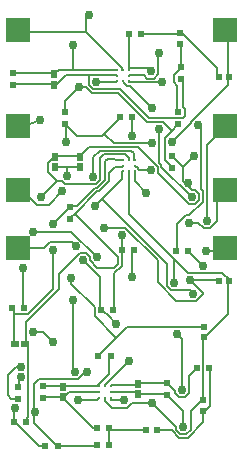
<source format=gbr>
G04 EAGLE Gerber RS-274X export*
G75*
%MOMM*%
%FSLAX34Y34*%
%LPD*%
%INTop Copper*%
%IPPOS*%
%AMOC8*
5,1,8,0,0,1.08239X$1,22.5*%
G01*
G04 Define Apertures*
%ADD10R,0.620000X0.650000*%
%ADD11R,0.620000X0.620000*%
%ADD12C,0.306000*%
%ADD13R,0.475000X0.500000*%
%ADD14R,0.500000X0.475000*%
%ADD15R,0.650000X0.620000*%
%ADD16R,2.000000X2.000000*%
%ADD17C,0.152400*%
%ADD18C,0.756400*%
D10*
X52070Y252755D03*
X52070Y261555D03*
D11*
X190425Y328700D03*
X199425Y328700D03*
X158008Y365835D03*
X158008Y356835D03*
D10*
X50734Y322605D03*
X50734Y331405D03*
D11*
X190425Y156225D03*
X199425Y156225D03*
D12*
X104220Y335200D03*
X109220Y335200D03*
X114220Y335200D03*
X104220Y330200D03*
X114220Y330200D03*
X104220Y325200D03*
X109220Y325200D03*
X114220Y325200D03*
D13*
X154013Y181893D03*
X164263Y181893D03*
X114643Y365207D03*
X124893Y365207D03*
D14*
X155790Y299145D03*
X155790Y288905D03*
X158568Y337478D03*
X158568Y327228D03*
X16476Y321885D03*
X16476Y332125D03*
D10*
X72785Y252755D03*
X72785Y261555D03*
D13*
X107023Y294830D03*
X117273Y294830D03*
D14*
X20379Y56455D03*
X20379Y66695D03*
X60653Y299378D03*
X60653Y289128D03*
X151066Y251803D03*
X151066Y262053D03*
D12*
X109300Y259000D03*
X114300Y259000D03*
X119300Y259000D03*
X109300Y254000D03*
X119300Y254000D03*
X109300Y249000D03*
X114300Y249000D03*
X119300Y249000D03*
D13*
X90745Y131584D03*
X100985Y131584D03*
X108293Y182417D03*
X118543Y182417D03*
X43755Y16479D03*
X53995Y16479D03*
X16853Y37266D03*
X27103Y37266D03*
D15*
X26645Y102933D03*
X17845Y102933D03*
D14*
X64864Y208855D03*
X64864Y219095D03*
D13*
X15583Y133259D03*
X25833Y133259D03*
D12*
X88980Y67230D03*
X93980Y67230D03*
X98980Y67230D03*
X88980Y62230D03*
X98980Y62230D03*
X88980Y57230D03*
X93980Y57230D03*
X98980Y57230D03*
D10*
X121920Y60420D03*
X121920Y69220D03*
D14*
X146720Y59700D03*
X146720Y69940D03*
D13*
X171683Y82330D03*
X181933Y82330D03*
D11*
X177410Y46350D03*
X177410Y55350D03*
X137800Y29870D03*
X128800Y29870D03*
D13*
X97780Y17220D03*
X87540Y17220D03*
X97558Y31750D03*
X87308Y31750D03*
D10*
X58570Y57880D03*
X58570Y66680D03*
D14*
X41500Y57160D03*
X41500Y67400D03*
D13*
X98828Y93150D03*
X88578Y93150D03*
D11*
X177970Y117480D03*
X177970Y108480D03*
D16*
X196160Y368399D03*
X20160Y368399D03*
X196160Y183799D03*
X196160Y287299D03*
X196160Y233599D03*
X20160Y233599D03*
X20160Y287299D03*
X20160Y183799D03*
D17*
X54864Y335280D02*
X67056Y335280D01*
X103632Y335280D01*
X54864Y335280D02*
X51816Y332232D01*
X103632Y335280D02*
X104220Y335200D01*
X51816Y332232D02*
X50734Y331405D01*
X67056Y335280D02*
X67056Y356108D01*
X155448Y182880D02*
X154013Y181893D01*
X50292Y332232D02*
X16764Y332232D01*
X16476Y332125D01*
X50292Y332232D02*
X50734Y331405D01*
D18*
X67056Y356108D03*
D17*
X175260Y234126D02*
X177194Y232193D01*
X177194Y223554D01*
X165448Y211808D01*
X162544Y211808D01*
X155448Y204712D01*
X155448Y182880D01*
D18*
X172748Y288036D03*
D17*
X175260Y285524D01*
X175260Y234126D01*
X114300Y336804D02*
X114300Y364236D01*
X114300Y336804D02*
X114300Y335280D01*
X114220Y335200D01*
X114300Y364236D02*
X114643Y365207D01*
D18*
X140208Y284988D03*
D17*
X129540Y336804D02*
X114300Y336804D01*
D18*
X133123Y333728D03*
D17*
X132616Y333728D02*
X129540Y336804D01*
X132616Y333728D02*
X133123Y333728D01*
X140208Y284988D02*
X140208Y255970D01*
X141958Y254220D01*
X141958Y252802D01*
X167430Y227330D01*
D18*
X168078Y227330D03*
D17*
X167430Y227330D01*
X80772Y330708D02*
X60960Y330708D01*
X80772Y330708D02*
X103632Y330708D01*
X60960Y330708D02*
X51816Y321564D01*
X103632Y330708D02*
X104220Y330200D01*
X51816Y321564D02*
X50734Y322605D01*
X50292Y323088D02*
X16764Y323088D01*
X16476Y321885D01*
X50292Y323088D02*
X50734Y322605D01*
X160020Y326136D02*
X160020Y303276D01*
X161544Y301752D01*
X161544Y295656D01*
X160020Y294132D01*
X131064Y294132D01*
X158568Y327228D02*
X160020Y326136D01*
X80772Y322127D02*
X80772Y330708D01*
X80772Y322127D02*
X84355Y318544D01*
X106652Y318544D02*
X131064Y294132D01*
X106652Y318544D02*
X84355Y318544D01*
X114220Y330200D02*
X114300Y330708D01*
D18*
X139954Y349250D03*
D17*
X139191Y348487D01*
X127055Y330708D02*
X114300Y330708D01*
X127055Y330708D02*
X130103Y327660D01*
X139191Y331215D02*
X139191Y348487D01*
X139191Y331215D02*
X135637Y327660D01*
X130103Y327660D01*
X124968Y365760D02*
X156972Y365760D01*
X124968Y365760D02*
X124893Y365207D01*
X156972Y365760D02*
X158008Y365835D01*
X188976Y336804D02*
X188976Y329184D01*
X188976Y336804D02*
X158496Y367284D01*
X188976Y329184D02*
X190425Y328700D01*
X158008Y365835D02*
X158496Y367284D01*
X155448Y321564D02*
X155448Y300228D01*
X155448Y321564D02*
X152400Y324612D01*
X152400Y330708D01*
X158496Y336804D01*
X155448Y300228D02*
X155790Y299145D01*
X158496Y336804D02*
X158568Y337478D01*
X158496Y338328D02*
X158496Y356616D01*
X158008Y356835D01*
X158496Y338328D02*
X158568Y337478D01*
X142240Y324612D02*
X114300Y324612D01*
X117348Y294132D02*
X117348Y278892D01*
X114300Y324612D02*
X114220Y325200D01*
X117273Y294830D02*
X117348Y294132D01*
X119300Y240618D02*
X128778Y231140D01*
X119300Y240618D02*
X119300Y249000D01*
X110490Y55118D02*
X99181Y55118D01*
X98980Y57230D01*
X67310Y80518D02*
X67310Y140462D01*
X67310Y80518D02*
X68580Y79248D01*
D18*
X142240Y324612D03*
X117348Y278892D03*
X128778Y231140D03*
X110490Y55118D03*
X22860Y83820D03*
X67310Y140462D03*
X68580Y79248D03*
D17*
X20379Y56455D02*
X14919Y56455D01*
X11783Y59591D01*
X11783Y76553D01*
X19050Y83820D02*
X22860Y83820D01*
X19050Y83820D02*
X11783Y76553D01*
X94488Y56388D02*
X94488Y54864D01*
X94488Y56388D02*
X93980Y57230D01*
X176784Y56388D02*
X176784Y108204D01*
X177970Y108480D01*
X176784Y56388D02*
X177410Y55350D01*
X114300Y213360D02*
X114300Y249000D01*
X152400Y175260D02*
X164592Y163068D01*
X152400Y175260D02*
X114300Y213360D01*
X164592Y163068D02*
X193548Y163068D01*
X199644Y156972D01*
X199425Y156225D01*
X179832Y109728D02*
X178308Y109728D01*
X179832Y109728D02*
X198120Y128016D01*
X198120Y155448D01*
X178308Y109728D02*
X177970Y108480D01*
X198120Y155448D02*
X199425Y156225D01*
X71628Y252984D02*
X62230Y252984D01*
X53340Y252984D01*
X52070Y252755D01*
X71628Y252984D02*
X72785Y252755D01*
X62230Y252984D02*
X62230Y245110D01*
X198120Y329184D02*
X198120Y365760D01*
X196596Y367284D01*
X198120Y329184D02*
X199425Y328700D01*
X196596Y367284D02*
X196160Y368399D01*
X91948Y279400D02*
X70380Y279400D01*
X60653Y289128D01*
X93472Y280924D02*
X106680Y294132D01*
X93472Y280924D02*
X91948Y279400D01*
X106680Y294132D02*
X107023Y294830D01*
X198120Y327660D02*
X199425Y328700D01*
X60960Y288036D02*
X60960Y274066D01*
X60960Y288036D02*
X60653Y289128D01*
X152400Y175260D02*
X152400Y154686D01*
D18*
X134112Y52832D03*
X62230Y245110D03*
X133858Y302768D03*
X134112Y272796D03*
X150876Y274320D03*
X60960Y274066D03*
X152400Y154686D03*
D17*
X133858Y302768D02*
X115242Y321384D01*
X112639Y321384D01*
X110404Y323619D01*
X110404Y324016D01*
X109220Y325200D01*
X121132Y272824D02*
X121104Y272796D01*
X134112Y272796D01*
X101572Y272824D02*
X93472Y280924D01*
X101572Y272824D02*
X121132Y272824D01*
X116786Y52832D02*
X134112Y52832D01*
X116786Y52832D02*
X113004Y49050D01*
X100302Y49050D01*
X94488Y54864D01*
X150876Y274320D02*
X166680Y290124D01*
X166680Y290550D01*
X198120Y321990D02*
X198120Y327660D01*
X198120Y321990D02*
X166680Y290550D01*
X166596Y30253D02*
X163042Y26698D01*
X158015Y26698D01*
X154460Y30253D01*
X166596Y46200D02*
X176784Y56388D01*
X154460Y32484D02*
X154460Y30253D01*
X154460Y32484D02*
X134112Y52832D01*
X166596Y46200D02*
X166596Y30253D01*
X114300Y88392D02*
X94488Y68580D01*
X93980Y67230D01*
X21336Y67056D02*
X21336Y73152D01*
X22860Y74676D01*
X21336Y67056D02*
X20379Y66695D01*
X114300Y259000D02*
X114300Y260604D01*
X111252Y263652D01*
X92964Y263652D01*
X53340Y240792D02*
X45720Y248412D01*
X45720Y256032D01*
X51816Y262128D01*
X52070Y261555D01*
X53340Y240792D02*
X39624Y227076D01*
X108204Y335280D02*
X108204Y336804D01*
X77724Y367284D01*
X21336Y367284D01*
X108204Y335280D02*
X109220Y335200D01*
X21336Y367284D02*
X20160Y368399D01*
X152400Y260604D02*
X160020Y252984D01*
X160020Y240792D01*
X80772Y269748D02*
X73152Y262128D01*
X151066Y262053D02*
X152400Y260604D01*
X73152Y262128D02*
X72785Y261555D01*
X160020Y252984D02*
X169164Y262128D01*
X71628Y262128D02*
X53340Y262128D01*
X52070Y261555D01*
X71628Y262128D02*
X72785Y261555D01*
D18*
X114300Y88392D03*
X22860Y74676D03*
X39624Y227076D03*
X169164Y262128D03*
X80264Y381109D03*
D17*
X77724Y378569D01*
X77724Y367284D01*
X57967Y240792D02*
X53340Y240792D01*
X86334Y238308D02*
X89888Y241863D01*
X60451Y238308D02*
X57967Y240792D01*
X60451Y238308D02*
X86334Y238308D01*
X89888Y241863D02*
X89888Y260576D01*
X80772Y269748D02*
X122120Y269748D01*
X138910Y252958D01*
X92964Y263652D02*
X89888Y260576D01*
D18*
X164333Y239009D03*
D17*
X161803Y239009D02*
X160020Y240792D01*
X161803Y239009D02*
X164333Y239009D01*
X161803Y239009D02*
X167414Y233398D01*
X165564Y221262D02*
X170591Y221262D01*
X174146Y224817D01*
X174146Y229844D01*
X170591Y233398D01*
X167414Y233398D01*
X138910Y247916D02*
X138910Y252958D01*
X138910Y247916D02*
X165564Y221262D01*
X87505Y55118D02*
X71120Y55118D01*
X34036Y45720D02*
X34036Y36068D01*
X53340Y16764D01*
X87505Y55118D02*
X88980Y57230D01*
X53995Y16479D02*
X53340Y16764D01*
X54864Y16764D02*
X86868Y16764D01*
X87540Y17220D01*
X54864Y16764D02*
X53995Y16479D01*
X150876Y252984D02*
X144780Y259080D01*
X144780Y277368D01*
X150876Y283464D02*
X155448Y288036D01*
X150876Y283464D02*
X144780Y277368D01*
X150876Y252984D02*
X151066Y251803D01*
X155448Y288036D02*
X155790Y288905D01*
X103632Y324612D02*
X86868Y324612D01*
X72390Y320294D02*
X60653Y308557D01*
X60653Y299378D01*
X103632Y324612D02*
X104220Y325200D01*
X108204Y248412D02*
X108204Y242316D01*
X91440Y225552D02*
X85344Y219456D01*
X91440Y225552D02*
X108204Y242316D01*
X108204Y248412D02*
X109300Y249000D01*
X150876Y283464D02*
X143256Y291084D01*
X129540Y291084D01*
X34036Y69088D02*
X34036Y45720D01*
D18*
X71120Y55118D03*
X86868Y324612D03*
X72390Y320294D03*
X85344Y219456D03*
X79248Y79248D03*
D17*
X83092Y315496D02*
X78294Y320294D01*
X72390Y320294D01*
X105128Y315496D02*
X129540Y291084D01*
X105128Y315496D02*
X83092Y315496D01*
X146332Y152173D02*
X149887Y148618D01*
X146332Y152173D02*
X146332Y170660D01*
X91440Y225552D01*
D18*
X168909Y145597D03*
D17*
X165889Y148618D02*
X149887Y148618D01*
X165889Y148618D02*
X168909Y145597D01*
X79248Y79248D02*
X77162Y79248D01*
X71094Y73180D01*
X38128Y73180D02*
X34036Y69088D01*
X38128Y73180D02*
X71094Y73180D01*
D18*
X35024Y45720D03*
D17*
X34036Y45720D01*
X28956Y41959D02*
X28956Y100584D01*
X27432Y102108D01*
X28956Y41959D02*
X27103Y37266D01*
X27432Y102108D02*
X26645Y102933D01*
X65532Y210312D02*
X68580Y213360D01*
X108204Y252984D02*
X109300Y254000D01*
X65532Y210312D02*
X64864Y208855D01*
X27432Y121920D02*
X27432Y103632D01*
X27432Y121920D02*
X54864Y149352D01*
X102108Y167640D02*
X105156Y170688D01*
X105156Y176784D01*
X68580Y213360D01*
X27432Y103632D02*
X26645Y102933D01*
X68580Y213360D02*
X87432Y232212D01*
X88859Y232212D01*
X72981Y180014D02*
X54864Y161897D01*
X54864Y149352D01*
X81562Y173763D02*
X81562Y176459D01*
X78008Y180014D01*
X72981Y180014D01*
X81562Y173763D02*
X87685Y167640D01*
X102108Y167640D01*
X88859Y232212D02*
X97282Y240635D01*
X97282Y247459D01*
X102807Y252984D01*
X108204Y252984D01*
X102108Y163068D02*
X102108Y132588D01*
X102108Y163068D02*
X108204Y169164D01*
X108204Y181356D01*
X102108Y132588D02*
X100985Y131584D01*
X108204Y181356D02*
X108293Y182417D01*
X118872Y259080D02*
X118872Y264414D01*
X116586Y266700D01*
X118872Y259080D02*
X119300Y259000D01*
X108204Y195072D02*
X108204Y182880D01*
X108293Y182417D01*
D18*
X108204Y195072D03*
X83820Y244376D03*
D17*
X83820Y260886D02*
X89634Y266700D01*
X83820Y260886D02*
X83820Y244376D01*
X89634Y266700D02*
X116586Y266700D01*
X16764Y128016D02*
X16764Y103632D01*
X16764Y128016D02*
X16764Y132588D01*
X15583Y133259D01*
X16764Y103632D02*
X17845Y102933D01*
X94234Y257810D02*
X96368Y259944D01*
X70104Y219456D02*
X65532Y219456D01*
X96368Y259944D02*
X109300Y259000D01*
X65532Y219456D02*
X64864Y219095D01*
X28956Y128016D02*
X16764Y128016D01*
X28956Y128016D02*
X50292Y149352D01*
X50292Y182880D01*
X50292Y204216D02*
X64008Y217932D01*
X64864Y219095D01*
D18*
X50292Y182880D03*
X50292Y204216D03*
D17*
X70104Y219456D02*
X85908Y235260D01*
X87596Y235260D01*
X94234Y241898D01*
X94234Y257810D01*
X96491Y127283D02*
X103632Y120142D01*
X96491Y127283D02*
X90745Y131584D01*
D18*
X103632Y120142D03*
X132842Y250444D03*
D17*
X120881Y252816D02*
X120484Y252816D01*
X119300Y254000D01*
X123253Y250444D02*
X132842Y250444D01*
X123253Y250444D02*
X120881Y252816D01*
D18*
X75494Y173946D03*
D17*
X89916Y132413D02*
X90745Y131584D01*
X89916Y159524D02*
X75494Y173946D01*
X89916Y159524D02*
X89916Y132413D01*
X117348Y160020D02*
X117348Y181356D01*
X118543Y182417D01*
D18*
X117348Y160020D03*
D17*
X18288Y36576D02*
X38100Y16764D01*
X42672Y16764D01*
X18288Y36576D02*
X16853Y37266D01*
X42672Y16764D02*
X43755Y16479D01*
D18*
X18260Y48774D03*
D17*
X16853Y47367D01*
X16853Y37266D01*
X182880Y50292D02*
X182880Y82296D01*
X182880Y50292D02*
X178308Y45720D01*
X181933Y82330D02*
X182880Y82296D01*
X177410Y46350D02*
X178308Y45720D01*
X164304Y23650D02*
X156752Y23650D01*
X150532Y29870D01*
X137800Y29870D01*
X177410Y36756D02*
X177410Y46350D01*
X177410Y36756D02*
X164304Y23650D01*
X97536Y18288D02*
X97536Y30480D01*
X97536Y18288D02*
X97780Y17220D01*
X97536Y30480D02*
X97558Y31750D01*
X99060Y30480D02*
X128016Y30480D01*
X128800Y29870D01*
X99060Y30480D02*
X97558Y31750D01*
X88392Y67056D02*
X59436Y67056D01*
X88392Y67056D02*
X88980Y67230D01*
X59436Y67056D02*
X58570Y66680D01*
X57912Y67056D02*
X42672Y67056D01*
X41500Y67400D01*
X57912Y67056D02*
X58570Y66680D01*
X97536Y77724D02*
X97536Y92964D01*
X97536Y77724D02*
X88392Y68580D01*
X97536Y92964D02*
X98828Y93150D01*
X88392Y68580D02*
X88980Y67230D01*
X99060Y68580D02*
X121920Y68580D01*
X99060Y68580D02*
X98980Y67230D01*
X121920Y68580D02*
X121920Y69220D01*
X121920Y70104D02*
X146304Y70104D01*
X146720Y69940D01*
X121920Y70104D02*
X121920Y69220D01*
X153190Y61241D02*
X156745Y57686D01*
X161772Y57686D01*
X165326Y61241D01*
X153190Y63470D02*
X146720Y69940D01*
X153190Y63470D02*
X153190Y61241D01*
X165326Y75974D02*
X171683Y82330D01*
X165326Y75974D02*
X165326Y61241D01*
X88392Y62484D02*
X64008Y62484D01*
X59436Y57912D01*
X88392Y62484D02*
X88980Y62230D01*
X59436Y57912D02*
X58570Y57880D01*
X83820Y32004D02*
X86868Y32004D01*
X83820Y32004D02*
X59436Y56388D01*
X86868Y32004D02*
X87308Y31750D01*
X59436Y56388D02*
X58570Y57880D01*
X57912Y57912D02*
X42672Y57912D01*
X41500Y57160D01*
X57912Y57912D02*
X58570Y57880D01*
X99060Y62484D02*
X120396Y62484D01*
X121920Y60960D01*
X99060Y62484D02*
X98980Y62230D01*
X121920Y60960D02*
X146304Y60960D01*
X146720Y59700D01*
X121920Y60420D02*
X121920Y60960D01*
X146720Y59700D02*
X160528Y45892D01*
X160528Y32766D01*
X159258Y107442D02*
X155448Y111252D01*
X159258Y107442D02*
X159258Y63754D01*
D18*
X160528Y32766D03*
X159258Y63754D03*
X155448Y111252D03*
D17*
X176784Y169164D02*
X164592Y181356D01*
X166116Y156972D02*
X188976Y156972D01*
X164592Y181356D02*
X164263Y181893D01*
X188976Y156972D02*
X190425Y156225D01*
X42672Y184404D02*
X21336Y184404D01*
X92964Y201168D02*
X111252Y201168D01*
X138684Y173736D01*
X21336Y184404D02*
X20160Y183799D01*
D18*
X176784Y169164D03*
X166116Y156972D03*
X92964Y201168D03*
D17*
X138684Y173736D02*
X138684Y155510D01*
X166116Y156972D02*
X176954Y146134D01*
X176954Y145061D01*
X171423Y139529D01*
X154665Y139529D02*
X138684Y155510D01*
X154665Y139529D02*
X171423Y139529D01*
D18*
X69855Y185470D03*
D17*
X47216Y188948D02*
X42672Y184404D01*
X47216Y188948D02*
X66377Y188948D01*
X69855Y185470D01*
X41910Y112776D02*
X33528Y112776D01*
X41910Y112776D02*
X49784Y104902D01*
X179832Y181356D02*
X193548Y181356D01*
X195072Y182880D01*
X196160Y183799D01*
D18*
X33528Y112776D03*
X49784Y104902D03*
X179832Y181356D03*
D17*
X195072Y286512D02*
X196160Y287299D01*
D18*
X180242Y206784D03*
D17*
X180242Y271682D02*
X195072Y286512D01*
X180242Y271682D02*
X180242Y206784D01*
X65786Y198120D02*
X33528Y198120D01*
X65786Y198120D02*
X87630Y176276D01*
D18*
X33528Y198120D03*
X87630Y176276D03*
D17*
X188850Y226289D02*
X196160Y233599D01*
X182755Y200716D02*
X177728Y200716D01*
D18*
X165058Y205740D03*
D17*
X182755Y200716D02*
X188850Y206811D01*
X177728Y200716D02*
X172704Y205740D01*
X165058Y205740D01*
X188850Y206811D02*
X188850Y226289D01*
X112776Y117348D02*
X103632Y108204D01*
X89916Y94488D01*
X112776Y117348D02*
X176784Y117348D01*
X89916Y94488D02*
X88578Y93150D01*
X176784Y117348D02*
X177970Y117480D01*
X24384Y233172D02*
X21336Y233172D01*
X24384Y233172D02*
X36576Y220980D01*
X46736Y220980D01*
X57912Y232156D01*
X65532Y158496D02*
X65532Y153924D01*
X85344Y134112D01*
X85344Y126492D01*
X103632Y108204D01*
X21336Y233172D02*
X20160Y233599D01*
D18*
X57912Y232156D03*
X65532Y158496D03*
D17*
X24384Y167640D02*
X24384Y134112D01*
X25833Y133259D01*
X22240Y285907D02*
X39116Y292862D01*
X22240Y285907D02*
X20160Y287299D01*
D18*
X24384Y167640D03*
X39116Y292862D03*
M02*

</source>
